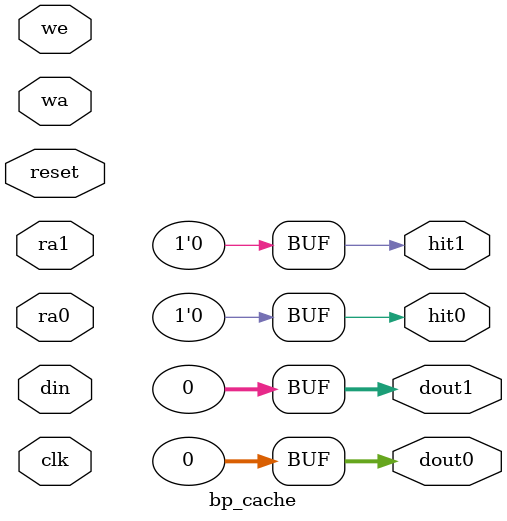
<source format=v>
/*
A cache module for storing branch prediction data.

Inputs: 2 asynchronous read ports and 1 synchronous write port.
Outputs: data and cache hit (for each read port)
*/

module bp_cache #(
    parameter AWIDTH=32,  // Address bit width
    parameter DWIDTH=32,  // Data bit width
    parameter LINES=128   // Number of cache lines
) (
    input clk,
    input reset,

    // IO for 1st read port
    input [AWIDTH-1:0] ra0,
    output [DWIDTH-1:0] dout0,
    output hit0,

    // IO for 2nd read port
    input [AWIDTH-1:0] ra1,
    output [DWIDTH-1:0] dout1,
    output hit1,

    // IO for write port
    input [AWIDTH-1:0] wa,
    input [DWIDTH-1:0] din,
    input we

);

    // TODO: Your code
    assign dout0 = '0;
    assign dout1 = '0;
    assign hit0  = 1'b0;
    assign hit1  = 1'b0;

endmodule

</source>
